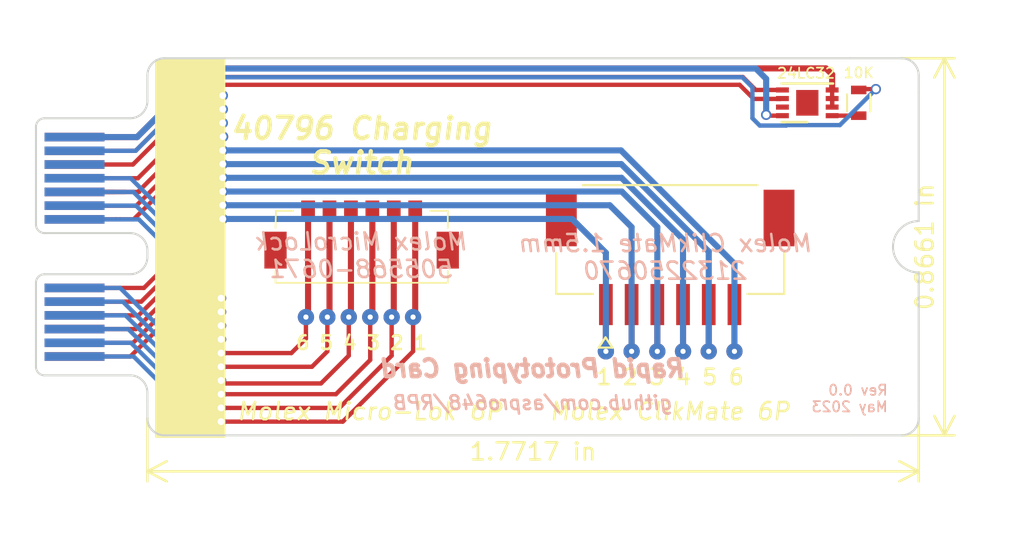
<source format=kicad_pcb>
(kicad_pcb (version 20171130) (host pcbnew "(5.1.12)-1")

  (general
    (thickness 1.6)
    (drawings 19)
    (tracks 227)
    (zones 0)
    (modules 7)
    (nets 29)
  )

  (page A)
  (title_block
    (title "Beetje 32U4 Blok")
    (date 2018-08-10)
    (rev 0.0)
    (company www.MakersBox.us)
    (comment 1 648.ken@gmail.com)
  )

  (layers
    (0 F.Cu signal)
    (31 B.Cu signal)
    (32 B.Adhes user)
    (33 F.Adhes user)
    (34 B.Paste user)
    (35 F.Paste user)
    (36 B.SilkS user)
    (37 F.SilkS user)
    (38 B.Mask user)
    (39 F.Mask user)
    (40 Dwgs.User user)
    (41 Cmts.User user)
    (42 Eco1.User user)
    (43 Eco2.User user)
    (44 Edge.Cuts user)
    (45 Margin user)
    (46 B.CrtYd user hide)
    (47 F.CrtYd user)
    (48 B.Fab user hide)
    (49 F.Fab user)
  )

  (setup
    (last_trace_width 0.3556)
    (user_trace_width 0.3048)
    (user_trace_width 0.3556)
    (user_trace_width 0.4064)
    (user_trace_width 0.6096)
    (trace_clearance 0.2)
    (zone_clearance 0.35)
    (zone_45_only no)
    (trace_min 0.2)
    (via_size 0.6)
    (via_drill 0.4)
    (via_min_size 0.4)
    (via_min_drill 0.3)
    (uvia_size 0.3)
    (uvia_drill 0.1)
    (uvias_allowed no)
    (uvia_min_size 0.2)
    (uvia_min_drill 0.1)
    (edge_width 0.15)
    (segment_width 0.2)
    (pcb_text_width 0.3)
    (pcb_text_size 1.5 1.5)
    (mod_edge_width 0.15)
    (mod_text_size 1 1)
    (mod_text_width 0.15)
    (pad_size 0.5 3.500001)
    (pad_drill 0)
    (pad_to_mask_clearance 0)
    (aux_axis_origin 0 0)
    (visible_elements 7FFFFFFF)
    (pcbplotparams
      (layerselection 0x010f0_ffffffff)
      (usegerberextensions true)
      (usegerberattributes true)
      (usegerberadvancedattributes true)
      (creategerberjobfile false)
      (excludeedgelayer true)
      (linewidth 0.100000)
      (plotframeref false)
      (viasonmask false)
      (mode 1)
      (useauxorigin false)
      (hpglpennumber 1)
      (hpglpenspeed 20)
      (hpglpendiameter 15.000000)
      (psnegative false)
      (psa4output false)
      (plotreference true)
      (plotvalue true)
      (plotinvisibletext false)
      (padsonsilk false)
      (subtractmaskfromsilk false)
      (outputformat 1)
      (mirror false)
      (drillshape 0)
      (scaleselection 1)
      (outputdirectory "gerbers/"))
  )

  (net 0 "")
  (net 1 /10)
  (net 2 /01)
  (net 3 /02)
  (net 4 /04)
  (net 5 /05)
  (net 6 /06)
  (net 7 /07)
  (net 8 /08)
  (net 9 /09)
  (net 10 /11)
  (net 11 /12)
  (net 12 /13)
  (net 13 /14)
  (net 14 /15)
  (net 15 /16)
  (net 16 /17)
  (net 17 /18)
  (net 18 /19)
  (net 19 /20)
  (net 20 /03)
  (net 21 /D2_SDA)
  (net 22 GND)
  (net 23 /D3_SCL)
  (net 24 +5V)
  (net 25 /A)
  (net 26 "Net-(R1-Pad1)")
  (net 27 "Net-(U1-Pad7)")
  (net 28 /RESET)

  (net_class Default "This is the default net class."
    (clearance 0.2)
    (trace_width 0.254)
    (via_dia 0.6)
    (via_drill 0.4)
    (uvia_dia 0.3)
    (uvia_drill 0.1)
    (add_net +5V)
    (add_net /01)
    (add_net /02)
    (add_net /03)
    (add_net /04)
    (add_net /05)
    (add_net /06)
    (add_net /07)
    (add_net /08)
    (add_net /09)
    (add_net /10)
    (add_net /11)
    (add_net /12)
    (add_net /13)
    (add_net /14)
    (add_net /15)
    (add_net /16)
    (add_net /17)
    (add_net /18)
    (add_net /19)
    (add_net /20)
    (add_net /A)
    (add_net /D2_SDA)
    (add_net /D3_SCL)
    (add_net /RESET)
    (add_net GND)
    (add_net "Net-(R1-Pad1)")
    (add_net "Net-(U1-Pad7)")
  )

  (module footprints:test_pads_125mm_x06 (layer F.Cu) (tedit 64518CD6) (tstamp 64518C82)
    (at 33.25 -4)
    (descr "Harwin Gecko Connector, 6 pins, dual row female, vertical entry, PN:G125-FVX0605L0X")
    (tags "connector harwin gecko")
    (path /6451B9DE)
    (fp_text reference J4 (at 1 1.5) (layer F.SilkS) hide
      (effects (font (size 0.8 0.8) (thickness 0.15)))
    )
    (fp_text value TestPoints (at 4 -1.5) (layer F.Fab)
      (effects (font (size 1 1) (thickness 0.15)))
    )
    (fp_line (start 0 0) (end -0.3 -0.6) (layer F.Fab) (width 0.1))
    (fp_line (start -0.3 -0.6) (end 0.3 -0.6) (layer F.Fab) (width 0.1))
    (fp_line (start 0.3 -0.6) (end 0 0) (layer F.Fab) (width 0.1))
    (fp_text user %R (at 1.25 0) (layer F.Fab)
      (effects (font (size 1 1) (thickness 0.15)))
    )
    (pad 3 thru_hole circle (at 3 0) (size 0.95 0.95) (drill 0.3) (layers *.Cu *.Mask)
      (net 12 /13))
    (pad 2 thru_hole circle (at 1.5 0) (size 0.95 0.95) (drill 0.3) (layers *.Cu *.Mask)
      (net 11 /12))
    (pad 1 thru_hole circle (at 0 0) (size 0.95 0.95) (drill 0.3) (layers *.Cu *.Mask)
      (net 10 /11))
    (pad 4 thru_hole circle (at 4.5 0) (size 0.95 0.95) (drill 0.3) (layers *.Cu *.Mask)
      (net 13 /14))
    (pad 5 thru_hole circle (at 6 0) (size 0.95 0.95) (drill 0.3) (layers *.Cu *.Mask)
      (net 14 /15))
    (pad 6 thru_hole circle (at 7.5 0) (size 0.95 0.95) (drill 0.3) (layers *.Cu *.Mask)
      (net 15 /16))
    (model ${KISYS3DMOD}/Connector_Harwin.3dshapes/Harwin_Gecko-G125-FVX0605L0X_2x03_P1.25mm_Vertical.wrl
      (at (xyz 0 0 0))
      (scale (xyz 1 1 1))
      (rotate (xyz 0 0 0))
    )
  )

  (module footprints:ClikMate6P (layer F.Cu) (tedit 64518AE8) (tstamp 64518C74)
    (at 37 -10)
    (path /6451AB5D)
    (attr smd)
    (fp_text reference J3 (at -3 0) (layer F.SilkS) hide
      (effects (font (size 1 1) (thickness 0.15)))
    )
    (fp_text value MicroLock6P (at 3.01 6.918) (layer F.Fab)
      (effects (font (size 1 1) (thickness 0.15)))
    )
    (fp_poly (pts (xy 3.2738 1.9938) (xy 4.2262 1.9938) (xy 4.2262 4.5462) (xy 3.2738 4.5462)) (layer F.Mask) (width 0.01))
    (fp_poly (pts (xy 1.7738 1.9938) (xy 2.7262 1.9938) (xy 2.7262 4.5462) (xy 1.7738 4.5462)) (layer F.Mask) (width 0.01))
    (fp_poly (pts (xy -4.2262 1.9938) (xy -3.2738 1.9938) (xy -3.2738 4.5462) (xy -4.2262 4.5462)) (layer F.Mask) (width 0.01))
    (fp_poly (pts (xy -2.7262 1.9938) (xy -1.7738 1.9938) (xy -1.7738 4.5462) (xy -2.7262 4.5462)) (layer F.Mask) (width 0.01))
    (fp_poly (pts (xy 0.2738 1.9938) (xy 1.2262 1.9938) (xy 1.2262 4.5462) (xy 0.2738 4.5462)) (layer F.Mask) (width 0.01))
    (fp_poly (pts (xy -1.2262 1.9938) (xy -0.2738 1.9938) (xy -0.2738 4.5462) (xy -1.2262 4.5462)) (layer F.Mask) (width 0.01))
    (fp_poly (pts (xy -7.3262 -3.5062) (xy -5.3738 -3.5062) (xy -5.3738 -0.0538) (xy -7.3262 -0.0538)) (layer F.Mask) (width 0.01))
    (fp_poly (pts (xy 5.3738 -3.5062) (xy 7.3262 -3.5062) (xy 7.3262 -0.0538) (xy 5.3738 -0.0538)) (layer F.Mask) (width 0.01))
    (fp_poly (pts (xy -7.05 0.92) (xy 7.05 0.92) (xy 7.05 3.52) (xy 4.16 3.52)
      (xy 4.16 2.06) (xy 3.34 2.06) (xy 3.34 3.52) (xy 2.66 3.52)
      (xy 2.66 2.06) (xy 1.84 2.06) (xy 1.84 3.52) (xy 1.16 3.52)
      (xy 1.16 2.06) (xy 0.34 2.06) (xy 0.34 3.52) (xy -0.34 3.52)
      (xy -0.34 2.06) (xy -1.16 2.06) (xy -1.16 3.52) (xy -1.84 3.52)
      (xy -1.84 2.06) (xy -2.66 2.06) (xy -2.66 3.52) (xy -3.34 3.52)
      (xy -3.34 2.06) (xy -4.16 2.06) (xy -4.16 3.52) (xy -7.05 3.52)) (layer Dwgs.User) (width 0.01))
    (fp_poly (pts (xy -7.05 0.92) (xy 7.05 0.92) (xy 7.05 3.52) (xy 4.16 3.52)
      (xy 4.16 2.06) (xy 3.34 2.06) (xy 3.34 3.52) (xy 2.66 3.52)
      (xy 2.66 2.06) (xy 1.84 2.06) (xy 1.84 3.52) (xy 1.16 3.52)
      (xy 1.16 2.06) (xy 0.34 2.06) (xy 0.34 3.52) (xy -0.34 3.52)
      (xy -0.34 2.06) (xy -1.16 2.06) (xy -1.16 3.52) (xy -1.84 3.52)
      (xy -1.84 2.06) (xy -2.66 2.06) (xy -2.66 3.52) (xy -3.34 3.52)
      (xy -3.34 2.06) (xy -4.16 2.06) (xy -4.16 3.52) (xy -7.05 3.52)) (layer Dwgs.User) (width 0.01))
    (fp_poly (pts (xy -0.91 -3.95) (xy 0.91 -3.95) (xy 0.91 -1.39) (xy -0.91 -1.39)) (layer Dwgs.User) (width 0.01))
    (fp_poly (pts (xy 3.4 -3.95) (xy 5.45 -3.95) (xy 5.45 -1.9) (xy 3.4 -1.9)) (layer Dwgs.User) (width 0.01))
    (fp_poly (pts (xy -5.45 -3.95) (xy -3.4 -3.95) (xy -3.4 -1.9) (xy -5.45 -1.9)) (layer Dwgs.User) (width 0.01))
    (fp_poly (pts (xy -0.91 -3.95) (xy 0.91 -3.95) (xy 0.91 -1.39) (xy -0.91 -1.39)) (layer Dwgs.User) (width 0.01))
    (fp_poly (pts (xy 3.4 -3.95) (xy 5.45 -3.95) (xy 5.45 -1.9) (xy 3.4 -1.9)) (layer Dwgs.User) (width 0.01))
    (fp_poly (pts (xy -5.45 -3.95) (xy -3.4 -3.95) (xy -3.4 -1.9) (xy -5.45 -1.9)) (layer Dwgs.User) (width 0.01))
    (fp_line (start 6.65 0.27) (end 6.65 2.65) (layer F.SilkS) (width 0.127))
    (fp_line (start -6.65 0.27) (end -6.65 2.65) (layer F.SilkS) (width 0.127))
    (fp_line (start 4.5 2.65) (end 6.65 2.65) (layer F.SilkS) (width 0.127))
    (fp_line (start -6.65 2.65) (end -4.5 2.65) (layer F.SilkS) (width 0.127))
    (fp_line (start 7.92 4.97) (end 7.92 -4.97) (layer F.CrtYd) (width 0.05))
    (fp_line (start -7.92 4.97) (end 7.92 4.97) (layer F.CrtYd) (width 0.05))
    (fp_line (start -7.92 -4.97) (end -7.92 4.97) (layer F.CrtYd) (width 0.05))
    (fp_line (start 7.92 -4.97) (end -7.92 -4.97) (layer F.CrtYd) (width 0.05))
    (fp_line (start -3.772 5.182) (end -4.172 5.782) (layer F.SilkS) (width 0.127))
    (fp_line (start -3.372 5.782) (end -3.772 5.182) (layer F.SilkS) (width 0.127))
    (fp_line (start -4.172 5.782) (end -3.372 5.782) (layer F.SilkS) (width 0.127))
    (fp_line (start -3.772 5.182) (end -4.172 5.782) (layer F.Fab) (width 0.127))
    (fp_line (start -3.372 5.782) (end -3.772 5.182) (layer F.Fab) (width 0.127))
    (fp_line (start -4.172 5.782) (end -3.372 5.782) (layer F.Fab) (width 0.127))
    (fp_line (start 5.1 -3.7) (end -5.1 -3.7) (layer F.SilkS) (width 0.127))
    (fp_line (start 6.65 3.7) (end 6.65 -3.7) (layer F.Fab) (width 0.127))
    (fp_line (start -6.65 3.7) (end 6.65 3.7) (layer F.Fab) (width 0.127))
    (fp_line (start -6.65 -3.7) (end -6.65 3.7) (layer F.Fab) (width 0.127))
    (fp_line (start 6.65 -3.7) (end -6.65 -3.7) (layer F.Fab) (width 0.127))
    (pad 1 smd rect (at -3.75 3.27) (size 0.8 2.4) (layers F.Cu F.Paste)
      (net 10 /11))
    (pad 2 smd rect (at -2.25 3.27) (size 0.8 2.4) (layers F.Cu F.Paste)
      (net 11 /12))
    (pad S1 smd rect (at -6.35 -1.78) (size 1.8 3.3) (layers F.Cu F.Paste))
    (pad S2 smd rect (at 6.35 -1.78) (size 1.8 3.3) (layers F.Cu F.Paste))
    (pad 3 smd rect (at -0.75 3.27) (size 0.8 2.4) (layers F.Cu F.Paste)
      (net 12 /13))
    (pad 4 smd rect (at 0.75 3.27) (size 0.8 2.4) (layers F.Cu F.Paste)
      (net 13 /14))
    (pad 5 smd rect (at 2.25 3.27) (size 0.8 2.4) (layers F.Cu F.Paste)
      (net 14 /15))
    (pad 6 smd rect (at 3.75 3.27) (size 0.8 2.4) (layers F.Cu F.Paste)
      (net 15 /16))
  )

  (module footprints:MEC8-113-CARD_2 locked (layer F.Cu) (tedit 637EA67F) (tstamp 6381DF90)
    (at 0 -0.1 90)
    (path /63771AB0)
    (fp_text reference X0 (at 4.375 -1.25 90) (layer F.Fab)
      (effects (font (size 1 1) (thickness 0.15)))
    )
    (fp_text value "Card Edge" (at 10.9 -1 90) (layer F.Fab)
      (effects (font (size 1 1) (thickness 0.15)))
    )
    (fp_line (start 21 50.5) (end 21 47.5) (layer Edge.Cuts) (width 0.12))
    (fp_line (start 19 51.5) (end 20 51.5) (layer Edge.Cuts) (width 0.12))
    (fp_line (start 0 51.5) (end 1 51.5) (layer Edge.Cuts) (width 0.12))
    (fp_line (start -1 50.5) (end -1 47.5) (layer Edge.Cuts) (width 0.12))
    (fp_line (start 19 6.5) (end 20 6.5) (layer Edge.Cuts) (width 0.12))
    (fp_line (start 0 6.5) (end 1 6.5) (layer Edge.Cuts) (width 0.12))
    (fp_line (start 17 0) (end 11.3 0) (layer Edge.Cuts) (width 0.12))
    (fp_line (start 3 0) (end 7.9 0) (layer Edge.Cuts) (width 0.12))
    (fp_line (start 9.4 6.5) (end 9.8 6.5) (layer Edge.Cuts) (width 0.12))
    (fp_line (start 10.8 5.5) (end 10.8 0.5) (layer Edge.Cuts) (width 0.12))
    (fp_line (start 8.4 0.5) (end 8.4 5.5) (layer Edge.Cuts) (width 0.12))
    (fp_line (start 2.5 0.5) (end 2.5 5.5) (layer Edge.Cuts) (width 0.12))
    (fp_line (start 17.5 0.5) (end 17.5 5.5) (layer Edge.Cuts) (width 0.12))
    (fp_line (start 18.5 6.5) (end 19 6.5) (layer Edge.Cuts) (width 0.12))
    (fp_line (start 1 6.5) (end 1.5 6.5) (layer Edge.Cuts) (width 0.12))
    (fp_line (start 10 11.5) (end 10 48.5) (layer Dwgs.User) (width 0.12))
    (fp_line (start 8.5 51.5) (end 1 51.5) (layer Edge.Cuts) (width 0.12))
    (fp_line (start 11.5 51.5) (end 19 51.5) (layer Edge.Cuts) (width 0.12))
    (fp_line (start 21 7.5) (end 21 47.5) (layer Edge.Cuts) (width 0.12))
    (fp_line (start -1 47.5) (end -1 7.5) (layer Edge.Cuts) (width 0.12))
    (fp_arc (start 10 51.5) (end 11.5 51.5) (angle -180) (layer Edge.Cuts) (width 0.12))
    (fp_arc (start 20 50.5) (end 20 51.5) (angle -90) (layer Edge.Cuts) (width 0.12))
    (fp_arc (start 0 50.5) (end -1 50.5) (angle -90) (layer Edge.Cuts) (width 0.12))
    (fp_arc (start 0 7.5) (end 0 6.5) (angle -90) (layer Edge.Cuts) (width 0.12))
    (fp_arc (start 20 7.5) (end 21 7.5) (angle -90) (layer Edge.Cuts) (width 0.12))
    (fp_arc (start 18.5 5.5) (end 17.5 5.5) (angle -90) (layer Edge.Cuts) (width 0.12))
    (fp_arc (start 1.5 5.5) (end 1.5 6.5) (angle -90) (layer Edge.Cuts) (width 0.12))
    (fp_arc (start 9.4 5.5) (end 8.4 5.5) (angle -90) (layer Edge.Cuts) (width 0.12))
    (fp_arc (start 9.8 5.5) (end 9.8 6.5) (angle -90) (layer Edge.Cuts) (width 0.12))
    (fp_arc (start 7.9 0.5) (end 8.4 0.5) (angle -90) (layer Edge.Cuts) (width 0.12))
    (fp_arc (start 11.3 0.5) (end 11.3 0) (angle -90) (layer Edge.Cuts) (width 0.12))
    (fp_arc (start 17 0.5) (end 17.5 0.5) (angle -90) (layer Edge.Cuts) (width 0.12))
    (fp_arc (start 3 0.5) (end 3 0) (angle -90) (layer Edge.Cuts) (width 0.12))
    (fp_arc (start 10 51.5) (end 13.5 51.5) (angle -180) (layer Dwgs.User) (width 0.12))
    (pad 14 smd rect (at 3.6 2.25 90) (size 0.5 3.5) (layers F.Cu F.Paste F.Mask)
      (net 10 /11))
    (pad 1 smd rect (at 3.6 2.25 90) (size 0.5 3.5) (layers B.Cu B.Paste B.Mask)
      (net 2 /01))
    (pad 15 smd rect (at 4.4 2.25 90) (size 0.5 3.5) (layers F.Cu F.Paste F.Mask)
      (net 11 /12))
    (pad 2 smd rect (at 4.4 2.25 90) (size 0.5 3.5) (layers B.Cu B.Paste B.Mask)
      (net 3 /02))
    (pad 16 smd rect (at 5.2 2.25 90) (size 0.5 3.5) (layers F.Cu F.Paste F.Mask)
      (net 12 /13))
    (pad 3 smd rect (at 5.2 2.25 90) (size 0.5 3.5) (layers B.Cu B.Paste B.Mask)
      (net 20 /03))
    (pad 17 smd rect (at 6 2.25 90) (size 0.5 3.5) (layers F.Cu F.Paste F.Mask)
      (net 13 /14))
    (pad 4 smd rect (at 6 2.25 90) (size 0.5 3.5) (layers B.Cu B.Paste B.Mask)
      (net 4 /04))
    (pad 18 smd rect (at 6.8 2.25 90) (size 0.5 3.5) (layers F.Cu F.Paste F.Mask)
      (net 14 /15))
    (pad 5 smd rect (at 6.8 2.25 90) (size 0.5 3.5) (layers B.Cu B.Paste B.Mask)
      (net 5 /05))
    (pad 19 smd rect (at 7.6 2.25 90) (size 0.5 3.5) (layers F.Cu F.Paste F.Mask)
      (net 15 /16))
    (pad 6 smd rect (at 7.6 2.25 90) (size 0.5 3.5) (layers B.Cu B.Paste B.Mask)
      (net 6 /06))
    (pad 20 smd rect (at 11.6 2.25 90) (size 0.5 3.5) (layers F.Cu F.Paste F.Mask)
      (net 16 /17))
    (pad 7 smd rect (at 11.6 2.25 90) (size 0.5 3.5) (layers B.Cu B.Paste B.Mask)
      (net 7 /07))
    (pad 21 smd rect (at 12.4 2.25 90) (size 0.5 3.5) (layers F.Cu F.Paste F.Mask)
      (net 17 /18))
    (pad 8 smd rect (at 12.4 2.25 90) (size 0.5 3.5) (layers B.Cu B.Paste B.Mask)
      (net 8 /08))
    (pad 22 smd rect (at 13.2 2.25 90) (size 0.5 3.5) (layers F.Cu F.Paste F.Mask)
      (net 18 /19))
    (pad 9 smd rect (at 13.2 2.25 90) (size 0.5 3.5) (layers B.Cu B.Paste B.Mask)
      (net 9 /09))
    (pad 23 smd rect (at 14 2.25 90) (size 0.5 3.5) (layers F.Cu F.Paste F.Mask)
      (net 19 /20))
    (pad 10 smd rect (at 14 2.25 90) (size 0.5 3.5) (layers B.Cu B.Paste B.Mask)
      (net 1 /10))
    (pad 24 smd rect (at 14.8 2.25 90) (size 0.5 3.5) (layers F.Cu F.Paste F.Mask)
      (net 23 /D3_SCL))
    (pad 11 smd rect (at 14.8 2.25 90) (size 0.5 3.5) (layers B.Cu B.Paste B.Mask)
      (net 28 /RESET))
    (pad 25 smd rect (at 15.6 2.25 90) (size 0.5 3.5) (layers F.Cu F.Paste F.Mask)
      (net 21 /D2_SDA))
    (pad 12 smd rect (at 15.6 2.25 90) (size 0.5 3.5) (layers B.Cu B.Paste B.Mask)
      (net 25 /A))
    (pad 26 smd rect (at 16.4 2.25 90) (size 0.5 3.5) (layers F.Cu F.Paste F.Mask)
      (net 22 GND))
    (pad 13 smd rect (at 16.4 2.25 90) (size 0.5 3.5) (layers B.Cu B.Paste B.Mask)
      (net 24 +5V))
  )

  (module footprints:R_0603 (layer F.Cu) (tedit 636E7A48) (tstamp 638CFCB2)
    (at 48 -18.5 90)
    (descr "Resistor SMD 0603, reflow soldering, Vishay (see dcrcw.pdf)")
    (tags "resistor 0603")
    (path /63EABA42)
    (attr smd)
    (fp_text reference R1 (at 1.905 0 270) (layer Dwgs.User)
      (effects (font (size 1 1) (thickness 0.15)))
    )
    (fp_text value 10K (at 1.75 0) (layer F.SilkS)
      (effects (font (size 0.6 0.6) (thickness 0.1)))
    )
    (fp_line (start 1.25 0.7) (end -1.25 0.7) (layer F.CrtYd) (width 0.05))
    (fp_line (start 1.25 0.7) (end 1.25 -0.7) (layer F.CrtYd) (width 0.05))
    (fp_line (start -1.25 -0.7) (end -1.25 0.7) (layer F.CrtYd) (width 0.05))
    (fp_line (start -1.25 -0.7) (end 1.25 -0.7) (layer F.CrtYd) (width 0.05))
    (fp_line (start -0.5 -0.68) (end 0.5 -0.68) (layer F.SilkS) (width 0.12))
    (fp_line (start 0.5 0.68) (end -0.5 0.68) (layer F.SilkS) (width 0.12))
    (fp_line (start -0.8 -0.4) (end 0.8 -0.4) (layer F.Fab) (width 0.1))
    (fp_line (start 0.8 -0.4) (end 0.8 0.4) (layer F.Fab) (width 0.1))
    (fp_line (start 0.8 0.4) (end -0.8 0.4) (layer F.Fab) (width 0.1))
    (fp_line (start -0.8 0.4) (end -0.8 -0.4) (layer F.Fab) (width 0.1))
    (fp_text user %R (at 0 0 270) (layer F.Fab)
      (effects (font (size 0.4 0.4) (thickness 0.075)))
    )
    (pad 1 smd rect (at -0.75 0 90) (size 0.5 0.9) (layers F.Cu F.Paste F.Mask)
      (net 26 "Net-(R1-Pad1)"))
    (pad 2 smd rect (at 0.75 0 90) (size 0.5 0.9) (layers F.Cu F.Paste F.Mask)
      (net 25 /A))
    (model ${KISYS3DMOD}/Resistors_SMD.3dshapes/R_0603.wrl
      (at (xyz 0 0 0))
      (scale (xyz 1 1 1))
      (rotate (xyz 0 0 0))
    )
  )

  (module footprints:DFN-8-1EP_3x2mm (layer F.Cu) (tedit 638826C0) (tstamp 638CFC3A)
    (at 45 -18.5 180)
    (descr "8-Lead Plastic Dual Flat, No Lead Package (8MA2) - 2x3x0.6 mm Body [UDFN] (see Atmel-8815-SEEPROM-AT24CS01-02-Datasheet.pdf)")
    (tags "DFN 0.5")
    (path /63E7C52F)
    (attr smd)
    (fp_text reference U1 (at 0 -2.55 180) (layer F.SilkS) hide
      (effects (font (size 1 1) (thickness 0.15)))
    )
    (fp_text value 24LC32 (at 0.075 1.725 180) (layer F.SilkS)
      (effects (font (size 0.6 0.6) (thickness 0.1)))
    )
    (fp_line (start -0.5 -1) (end 1.5 -1) (layer F.Fab) (width 0.15))
    (fp_line (start 1.5 -1) (end 1.5 1) (layer F.Fab) (width 0.15))
    (fp_line (start 1.5 1) (end -1.5 1) (layer F.Fab) (width 0.15))
    (fp_line (start -1.5 1) (end -1.5 0) (layer F.Fab) (width 0.15))
    (fp_line (start -1.5 0) (end -0.5 -1) (layer F.Fab) (width 0.15))
    (fp_line (start -2.1 -1.3) (end -2.1 1.3) (layer F.CrtYd) (width 0.05))
    (fp_line (start 2.1 -1.3) (end 2.1 1.3) (layer F.CrtYd) (width 0.05))
    (fp_line (start -2.1 -1.3) (end 2.1 -1.3) (layer F.CrtYd) (width 0.05))
    (fp_line (start -2.1 1.3) (end 2.1 1.3) (layer F.CrtYd) (width 0.05))
    (fp_line (start -1.5 1.125) (end 1.5 1.125) (layer F.SilkS) (width 0.15))
    (fp_line (start 0 -1.125) (end 1.5 -1.125) (layer F.SilkS) (width 0.15))
    (fp_text user %R (at 0 0 270) (layer F.Fab)
      (effects (font (size 0.5 0.5) (thickness 0.075)))
    )
    (pad "" smd rect (at 0.325 0.375 180) (size 0.5 0.6) (layers F.Paste))
    (pad "" smd rect (at 0.325 -0.375 180) (size 0.5 0.6) (layers F.Paste))
    (pad "" smd rect (at -0.325 0.375 180) (size 0.5 0.6) (layers F.Paste))
    (pad "" smd rect (at -0.325 -0.375 180) (size 0.5 0.6) (layers F.Paste))
    (pad 9 smd rect (at 0 0 180) (size 1.3 1.5) (layers F.Cu F.Mask))
    (pad 8 smd rect (at 1.45 -0.75 180) (size 0.75 0.3) (layers F.Cu F.Paste F.Mask)
      (net 24 +5V))
    (pad 7 smd rect (at 1.45 -0.25 180) (size 0.75 0.3) (layers F.Cu F.Paste F.Mask)
      (net 27 "Net-(U1-Pad7)"))
    (pad 6 smd rect (at 1.45 0.25 180) (size 0.75 0.3) (layers F.Cu F.Paste F.Mask)
      (net 23 /D3_SCL))
    (pad 5 smd rect (at 1.45 0.75 180) (size 0.75 0.3) (layers F.Cu F.Paste F.Mask)
      (net 21 /D2_SDA))
    (pad 4 smd rect (at -1.45 0.75 180) (size 0.75 0.3) (layers F.Cu F.Paste F.Mask)
      (net 22 GND))
    (pad 3 smd rect (at -1.45 0.25 180) (size 0.75 0.3) (layers F.Cu F.Paste F.Mask)
      (net 22 GND))
    (pad 2 smd rect (at -1.45 -0.25 180) (size 0.75 0.3) (layers F.Cu F.Paste F.Mask)
      (net 22 GND))
    (pad 1 smd rect (at -1.45 -0.75 180) (size 0.75 0.3) (layers F.Cu F.Paste F.Mask)
      (net 26 "Net-(R1-Pad1)"))
    (model ${KISYS3DMOD}/Package_DFN_QFN.3dshapes/DFN-8-1EP_3x2mm_P0.5mm_EP1.3x1.5mm.wrl
      (at (xyz 0 0 0))
      (scale (xyz 1 1 1))
      (rotate (xyz 0 0 0))
    )
  )

  (module footprints:test_pads_125mm_x06 (layer F.Cu) (tedit 63842995) (tstamp 644FDDC6)
    (at 22 -6 180)
    (descr "Harwin Gecko Connector, 6 pins, dual row female, vertical entry, PN:G125-FVX0605L0X")
    (tags "connector harwin gecko")
    (path /64500F9D)
    (fp_text reference J2 (at 1 1.5) (layer F.SilkS) hide
      (effects (font (size 0.8 0.8) (thickness 0.15)))
    )
    (fp_text value TestPoints (at 4 -1.5) (layer F.Fab)
      (effects (font (size 1 1) (thickness 0.15)))
    )
    (fp_line (start 0 0) (end -0.3 -0.6) (layer F.Fab) (width 0.1))
    (fp_line (start -0.3 -0.6) (end 0.3 -0.6) (layer F.Fab) (width 0.1))
    (fp_line (start 0.3 -0.6) (end 0 0) (layer F.Fab) (width 0.1))
    (fp_text user %R (at 1.25 0) (layer F.Fab)
      (effects (font (size 1 1) (thickness 0.15)))
    )
    (pad 3 thru_hole circle (at 2.5 0 180) (size 0.95 0.95) (drill 0.3) (layers *.Cu *.Mask)
      (net 20 /03))
    (pad 2 thru_hole circle (at 1.25 0 180) (size 0.95 0.95) (drill 0.3) (layers *.Cu *.Mask)
      (net 3 /02))
    (pad 1 thru_hole circle (at 0 0 180) (size 0.95 0.95) (drill 0.3) (layers *.Cu *.Mask)
      (net 2 /01))
    (pad 4 thru_hole circle (at 3.75 0 180) (size 0.95 0.95) (drill 0.3) (layers *.Cu *.Mask)
      (net 4 /04))
    (pad 5 thru_hole circle (at 5 0 180) (size 0.95 0.95) (drill 0.3) (layers *.Cu *.Mask)
      (net 5 /05))
    (pad 6 thru_hole circle (at 6.25 0 180) (size 0.95 0.95) (drill 0.3) (layers *.Cu *.Mask)
      (net 6 /06))
    (model ${KISYS3DMOD}/Connector_Harwin.3dshapes/Harwin_Gecko-G125-FVX0605L0X_2x03_P1.25mm_Vertical.wrl
      (at (xyz 0 0 0))
      (scale (xyz 1 1 1))
      (rotate (xyz 0 0 0))
    )
  )

  (module footprints:5055680671 (layer F.Cu) (tedit 0) (tstamp 64503935)
    (at 19 -10.4 180)
    (descr 505568-0671)
    (tags Connector)
    (path /644FFBA3)
    (attr smd)
    (fp_text reference J1 (at 0 0) (layer F.SilkS) hide
      (effects (font (size 1.27 1.27) (thickness 0.254)))
    )
    (fp_text value MicroLock6P (at 0.2 -4.6) (layer F.SilkS) hide
      (effects (font (size 1.27 1.27) (thickness 0.254)))
    )
    (fp_line (start -5.025 -2.4) (end 5.025 -2.4) (layer F.Fab) (width 0.2))
    (fp_line (start 5.025 -2.4) (end 5.025 1.8) (layer F.Fab) (width 0.2))
    (fp_line (start 5.025 1.8) (end -5.025 1.8) (layer F.Fab) (width 0.2))
    (fp_line (start -5.025 1.8) (end -5.025 -2.4) (layer F.Fab) (width 0.2))
    (fp_line (start -6.675 -3.4) (end 6.675 -3.4) (layer F.CrtYd) (width 0.1))
    (fp_line (start 6.675 -3.4) (end 6.675 3.4) (layer F.CrtYd) (width 0.1))
    (fp_line (start 6.675 3.4) (end -6.675 3.4) (layer F.CrtYd) (width 0.1))
    (fp_line (start -6.675 3.4) (end -6.675 -3.4) (layer F.CrtYd) (width 0.1))
    (fp_line (start -5.025 -1.7) (end -5.025 -2.4) (layer F.SilkS) (width 0.1))
    (fp_line (start -5.025 -2.4) (end 5.025 -2.4) (layer F.SilkS) (width 0.1))
    (fp_line (start 5.025 -2.4) (end 5.025 -1.7) (layer F.SilkS) (width 0.1))
    (fp_line (start -5.025 0.8) (end -5.025 1.8) (layer F.SilkS) (width 0.1))
    (fp_line (start -5.025 1.8) (end -4 1.8) (layer F.SilkS) (width 0.1))
    (fp_line (start 4 1.8) (end 5 1.8) (layer F.SilkS) (width 0.1))
    (fp_line (start 5 1.8) (end 5.025 0.8) (layer F.SilkS) (width 0.1))
    (fp_text user %R (at 0 0) (layer F.Fab)
      (effects (font (size 1.27 1.27) (thickness 0.254)))
    )
    (pad 1 smd rect (at -3.125 1.8 180) (size 0.8 1.2) (layers F.Cu F.Paste F.Mask)
      (net 2 /01))
    (pad 2 smd rect (at -1.875 1.8 180) (size 0.8 1.2) (layers F.Cu F.Paste F.Mask)
      (net 3 /02))
    (pad 3 smd rect (at -0.625 1.8 180) (size 0.8 1.2) (layers F.Cu F.Paste F.Mask)
      (net 20 /03))
    (pad 4 smd rect (at 0.625 1.8 180) (size 0.8 1.2) (layers F.Cu F.Paste F.Mask)
      (net 4 /04))
    (pad 5 smd rect (at 1.875 1.8 180) (size 0.8 1.2) (layers F.Cu F.Paste F.Mask)
      (net 5 /05))
    (pad 6 smd rect (at 3.125 1.8 180) (size 0.8 1.2) (layers F.Cu F.Paste F.Mask)
      (net 6 /06))
    (pad 7 smd rect (at -5.025 -0.495 180) (size 1.3 2.15) (layers F.Cu F.Paste F.Mask))
    (pad 8 smd rect (at 5.025 -0.495 180) (size 1.3 2.15) (layers F.Cu F.Paste F.Mask))
    (model 505568-0671.stp
      (offset (xyz 4.780000138019847 5.419999994893656 -1.50999996778532))
      (scale (xyz 1 1 1))
      (rotate (xyz 0 0 0))
    )
  )

  (gr_text "Molex ClikMate 1.5mm\n2132250670" (at 36.75 -9.5) (layer B.SilkS) (tstamp 64519DC4)
    (effects (font (size 1 1) (thickness 0.15) italic) (justify mirror))
  )
  (gr_text "Molex ClikMate 6P" (at 37 -0.5) (layer F.SilkS)
    (effects (font (size 1 1) (thickness 0.15) italic))
  )
  (gr_text "Molex Micro-Lok 6P" (at 19.5 -0.5) (layer F.SilkS)
    (effects (font (size 1 1) (thickness 0.15) italic))
  )
  (gr_text "1 2 3 4 5 6" (at 37 -2.5) (layer F.SilkS)
    (effects (font (size 0.9 0.9) (thickness 0.15)))
  )
  (gr_text "Molex MicroLock\n505568-0671" (at 19 -9.6) (layer B.SilkS)
    (effects (font (size 1 1) (thickness 0.15) italic) (justify mirror))
  )
  (gr_poly (pts (xy 11 1) (xy 7 1) (xy 7 -21) (xy 11 -21)) (layer F.SilkS) (width 0.1))
  (gr_text "6 5 4 3 2 1" (at 19 -4.5) (layer F.SilkS)
    (effects (font (size 0.8 0.8) (thickness 0.15)))
  )
  (dimension 2.5 (width 0.15) (layer Dwgs.User)
    (gr_text "2.500 mm" (at 56.3 -19.75 270) (layer Dwgs.User)
      (effects (font (size 1 1) (thickness 0.15)))
    )
    (feature1 (pts (xy 45 -18.5) (xy 55.586421 -18.5)))
    (feature2 (pts (xy 45 -21) (xy 55.586421 -21)))
    (crossbar (pts (xy 55 -21) (xy 55 -18.5)))
    (arrow1a (pts (xy 55 -18.5) (xy 54.413579 -19.626504)))
    (arrow1b (pts (xy 55 -18.5) (xy 55.586421 -19.626504)))
    (arrow2a (pts (xy 55 -21) (xy 54.413579 -19.873496)))
    (arrow2b (pts (xy 55 -21) (xy 55.586421 -19.873496)))
  )
  (dimension 6.5 (width 0.15) (layer Dwgs.User)
    (gr_text "6.500 mm" (at 48.25 -23.8) (layer Dwgs.User)
      (effects (font (size 1 1) (thickness 0.15)))
    )
    (feature1 (pts (xy 45 -18) (xy 45 -23.086421)))
    (feature2 (pts (xy 51.5 -18) (xy 51.5 -23.086421)))
    (crossbar (pts (xy 51.5 -22.5) (xy 45 -22.5)))
    (arrow1a (pts (xy 45 -22.5) (xy 46.126504 -23.086421)))
    (arrow1b (pts (xy 45 -22.5) (xy 46.126504 -21.913579)))
    (arrow2a (pts (xy 51.5 -22.5) (xy 50.373496 -23.086421)))
    (arrow2b (pts (xy 51.5 -22.5) (xy 50.373496 -21.913579)))
  )
  (gr_line (start 10.9 -20.55) (end 10.9 0.7) (layer Dwgs.User) (width 0.15))
  (gr_line (start 29 -20) (end 29 0) (layer Dwgs.User) (width 0.15))
  (dimension 22.500222 (width 0.15) (layer Dwgs.User)
    (gr_text "22.500 mm" (at 17.713112 8.249848 359.7453538) (layer Dwgs.User)
      (effects (font (size 1 1) (thickness 0.15)))
    )
    (feature1 (pts (xy 29 0) (xy 28.966283 7.586276)))
    (feature2 (pts (xy 6.5 -0.1) (xy 6.466283 7.486276)))
    (crossbar (pts (xy 6.46889 6.899861) (xy 28.96889 6.999861)))
    (arrow1a (pts (xy 28.96889 6.999861) (xy 27.839791 7.581269)))
    (arrow1b (pts (xy 28.96889 6.999861) (xy 27.845004 6.408439)))
    (arrow2a (pts (xy 6.46889 6.899861) (xy 7.592776 7.491283)))
    (arrow2b (pts (xy 6.46889 6.899861) (xy 7.597989 6.318453)))
  )
  (dimension 22 (width 0.15) (layer F.SilkS)
    (gr_text "22.000 mm" (at 54.3 -10.1 90) (layer F.SilkS)
      (effects (font (size 1 1) (thickness 0.15)))
    )
    (feature1 (pts (xy 50.5 -21.1) (xy 53.586421 -21.1)))
    (feature2 (pts (xy 50.5 0.9) (xy 53.586421 0.9)))
    (crossbar (pts (xy 53 0.9) (xy 53 -21.1)))
    (arrow1a (pts (xy 53 -21.1) (xy 53.586421 -19.973496)))
    (arrow1b (pts (xy 53 -21.1) (xy 52.413579 -19.973496)))
    (arrow2a (pts (xy 53 0.9) (xy 53.586421 -0.226504)))
    (arrow2b (pts (xy 53 0.9) (xy 52.413579 -0.226504)))
  )
  (dimension 45 (width 0.15) (layer F.SilkS)
    (gr_text "45.000 mm" (at 29 4.3) (layer F.SilkS)
      (effects (font (size 1 1) (thickness 0.15)))
    )
    (feature1 (pts (xy 51.5 -0.1) (xy 51.5 3.586421)))
    (feature2 (pts (xy 6.5 -0.1) (xy 6.5 3.586421)))
    (crossbar (pts (xy 6.5 3) (xy 51.5 3)))
    (arrow1a (pts (xy 51.5 3) (xy 50.373496 3.586421)))
    (arrow1b (pts (xy 51.5 3) (xy 50.373496 2.413579)))
    (arrow2a (pts (xy 6.5 3) (xy 7.626504 3.586421)))
    (arrow2b (pts (xy 6.5 3) (xy 7.626504 2.413579)))
  )
  (gr_text "Rev 0.0\nMay 2023" (at 49.75 -1.25) (layer B.SilkS)
    (effects (font (size 0.6 0.6) (thickness 0.1)) (justify left mirror))
  )
  (gr_text github.com/aspro648/RPB (at 29 -1) (layer B.SilkS)
    (effects (font (size 0.8 0.8) (thickness 0.15) italic) (justify mirror))
  )
  (gr_line (start 9.75 -19.5) (end 9.75 -0.5) (layer Dwgs.User) (width 0.1))
  (gr_text "40796 Charging\nSwitch" (at 19 -16) (layer F.SilkS)
    (effects (font (size 1.25 1.25) (thickness 0.25) italic))
  )
  (gr_text "Rapid Prototyping Card" (at 29 -3) (layer B.SilkS)
    (effects (font (size 1 1) (thickness 0.25) italic) (justify mirror))
  )

  (segment (start 2.25 -14.1) (end 5.5262 -14.099999) (width 0.254) (layer B.Cu) (net 1) (status 10))
  (segment (start 5.5262 -14.099999) (end 8.56203 -11.064171) (width 0.254) (layer B.Cu) (net 1))
  (segment (start 8.56203 -11.064171) (end 8.56203 -7.780037) (width 0.254) (layer B.Cu) (net 1))
  (segment (start 8.56203 -7.780037) (end 8.56203 -7.43797) (width 0.254) (layer B.Cu) (net 1))
  (via (at 10.8 -7.100024) (size 0.6) (drill 0.4) (layers F.Cu B.Cu) (net 1))
  (segment (start 8.899976 -7.100024) (end 10.8 -7.100024) (width 0.254) (layer B.Cu) (net 1))
  (segment (start 8.56203 -7.43797) (end 8.899976 -7.100024) (width 0.254) (layer B.Cu) (net 1))
  (via (at 10.8 0.1) (size 0.6) (drill 0.4) (layers F.Cu B.Cu) (net 2))
  (segment (start 9.5 0.1) (end 10.8 0.1) (width 0.254) (layer B.Cu) (net 2))
  (segment (start 5.7 -3.7) (end 9.5 0.1) (width 0.254) (layer B.Cu) (net 2))
  (segment (start 2.25 -3.7) (end 5.7 -3.7) (width 0.254) (layer B.Cu) (net 2) (status 10))
  (segment (start 22 -6) (end 22 -4) (width 0.254) (layer F.Cu) (net 2))
  (segment (start 17.9 0.1) (end 10.8 0.1) (width 0.254) (layer F.Cu) (net 2))
  (segment (start 22 -4) (end 17.9 0.1) (width 0.254) (layer F.Cu) (net 2))
  (segment (start 22.125 -6.125) (end 22 -6) (width 0.3556) (layer F.Cu) (net 2))
  (segment (start 22.125 -12.2) (end 22.125 -6.125) (width 0.3556) (layer F.Cu) (net 2))
  (segment (start 2.25 -4.5) (end 5.542066 -4.5) (width 0.254) (layer B.Cu) (net 3) (status 10))
  (via (at 10.8 -0.7) (size 0.6) (drill 0.4) (layers F.Cu B.Cu) (net 3))
  (segment (start 9.342066 -0.7) (end 10.8 -0.7) (width 0.254) (layer B.Cu) (net 3))
  (segment (start 5.542066 -4.5) (end 9.342066 -0.7) (width 0.254) (layer B.Cu) (net 3))
  (segment (start 20.75 -6) (end 20.75 -3.75) (width 0.254) (layer F.Cu) (net 3))
  (segment (start 17.7 -0.7) (end 10.8 -0.7) (width 0.254) (layer F.Cu) (net 3))
  (segment (start 20.75 -3.75) (end 17.7 -0.7) (width 0.254) (layer F.Cu) (net 3))
  (segment (start 20.875 -6.125) (end 20.75 -6) (width 0.3556) (layer F.Cu) (net 3))
  (segment (start 20.875 -12.2) (end 20.875 -6.125) (width 0.3556) (layer F.Cu) (net 3))
  (segment (start 2.25 -6.1) (end 5.226198 -6.1) (width 0.254) (layer B.Cu) (net 4) (status 10))
  (via (at 10.8 -2.300006) (size 0.6) (drill 0.4) (layers F.Cu B.Cu) (net 4))
  (segment (start 9.026192 -2.300006) (end 10.8 -2.300006) (width 0.254) (layer B.Cu) (net 4))
  (segment (start 5.226198 -6.1) (end 9.026192 -2.300006) (width 0.254) (layer B.Cu) (net 4))
  (segment (start 18.25 -6) (end 18.25 -3.75) (width 0.254) (layer F.Cu) (net 4))
  (segment (start 10.973002 -2.127004) (end 10.8 -2.300006) (width 0.254) (layer F.Cu) (net 4))
  (segment (start 16.627004 -2.127004) (end 10.973002 -2.127004) (width 0.254) (layer F.Cu) (net 4))
  (segment (start 18.25 -3.75) (end 16.627004 -2.127004) (width 0.254) (layer F.Cu) (net 4))
  (segment (start 18.375 -6.125) (end 18.25 -6) (width 0.3556) (layer F.Cu) (net 4))
  (segment (start 18.375 -12.2) (end 18.375 -6.125) (width 0.3556) (layer F.Cu) (net 4))
  (segment (start 5.068265 -6.9) (end 5.680208 -6.288056) (width 0.254) (layer B.Cu) (net 5))
  (segment (start 2.25 -6.9) (end 5.068265 -6.9) (width 0.254) (layer B.Cu) (net 5) (status 10))
  (via (at 10.8 -3.100009) (size 0.6) (drill 0.4) (layers F.Cu B.Cu) (net 5))
  (segment (start 8.868255 -3.100009) (end 10.8 -3.100009) (width 0.254) (layer B.Cu) (net 5))
  (segment (start 5.680208 -6.288056) (end 8.868255 -3.100009) (width 0.254) (layer B.Cu) (net 5))
  (segment (start 16.100009 -3.100009) (end 10.8 -3.100009) (width 0.254) (layer F.Cu) (net 5))
  (segment (start 17 -4) (end 16.100009 -3.100009) (width 0.254) (layer F.Cu) (net 5))
  (segment (start 17 -6) (end 17 -4) (width 0.254) (layer F.Cu) (net 5))
  (segment (start 17.125 -6.125) (end 17 -6) (width 0.3556) (layer F.Cu) (net 5))
  (segment (start 17.125 -12.2) (end 17.125 -6.125) (width 0.3556) (layer F.Cu) (net 5))
  (via (at 10.8 -3.900012) (size 0.6) (drill 0.4) (layers F.Cu B.Cu) (net 6))
  (segment (start 8.710318 -3.900012) (end 10.8 -3.900012) (width 0.254) (layer B.Cu) (net 6))
  (segment (start 4.910329 -7.7) (end 8.710318 -3.900012) (width 0.254) (layer B.Cu) (net 6))
  (segment (start 2.25 -7.7) (end 4.910329 -7.7) (width 0.254) (layer B.Cu) (net 6) (status 10))
  (segment (start 15.75 -6) (end 15.75 -4.75) (width 0.254) (layer F.Cu) (net 6))
  (segment (start 14.900012 -3.900012) (end 10.8 -3.900012) (width 0.254) (layer F.Cu) (net 6))
  (segment (start 15.75 -4.75) (end 14.900012 -3.900012) (width 0.254) (layer F.Cu) (net 6))
  (segment (start 15.875 -6.125) (end 15.75 -6) (width 0.3556) (layer F.Cu) (net 6))
  (segment (start 15.875 -12.2) (end 15.875 -6.125) (width 0.3556) (layer F.Cu) (net 6))
  (segment (start 2.25 -11.7) (end 6 -11.7) (width 0.254) (layer B.Cu) (net 7) (status 10))
  (segment (start 6 -11.7) (end 7.2 -10.5) (width 0.254) (layer B.Cu) (net 7))
  (segment (start 7.2 -10.5) (end 7.2 -6.1) (width 0.254) (layer B.Cu) (net 7))
  (segment (start 7.2 -6.1) (end 7.2 -6.052396) (width 0.254) (layer B.Cu) (net 7))
  (via (at 10.8 -4.700015) (size 0.6) (drill 0.4) (layers F.Cu B.Cu) (net 7))
  (segment (start 8.552381 -4.700015) (end 10.8 -4.700015) (width 0.254) (layer B.Cu) (net 7))
  (segment (start 7.2 -6.052396) (end 8.552381 -4.700015) (width 0.254) (layer B.Cu) (net 7))
  (segment (start 5.842066 -12.5) (end 7.65401 -10.688057) (width 0.254) (layer B.Cu) (net 8))
  (segment (start 7.65401 -10.688057) (end 7.65401 -6.84599) (width 0.254) (layer B.Cu) (net 8))
  (segment (start 2.25 -12.5) (end 5.842066 -12.5) (width 0.254) (layer B.Cu) (net 8) (status 10))
  (segment (start 7.65401 -6.84599) (end 7.65401 -6.240452) (width 0.254) (layer B.Cu) (net 8))
  (segment (start 8.394444 -5.500018) (end 10.8 -5.500018) (width 0.254) (layer B.Cu) (net 8))
  (via (at 10.8 -5.500018) (size 0.6) (drill 0.4) (layers F.Cu B.Cu) (net 8))
  (segment (start 7.65401 -6.240452) (end 8.394444 -5.500018) (width 0.254) (layer B.Cu) (net 8))
  (segment (start 5.684133 -13.3) (end 8.10802 -10.876114) (width 0.254) (layer B.Cu) (net 9))
  (segment (start 8.10802 -10.876114) (end 8.10802 -7.59198) (width 0.254) (layer B.Cu) (net 9))
  (segment (start 8.10802 -7.59198) (end 8.10802 -6.59198) (width 0.254) (layer B.Cu) (net 9))
  (via (at 10.8 -6.300021) (size 0.6) (drill 0.4) (layers F.Cu B.Cu) (net 9))
  (segment (start 8.399979 -6.300021) (end 10.8 -6.300021) (width 0.254) (layer B.Cu) (net 9))
  (segment (start 8.10802 -6.59198) (end 8.399979 -6.300021) (width 0.254) (layer B.Cu) (net 9))
  (segment (start 2.25 -13.3) (end 5.684134 -13.3) (width 0.254) (layer B.Cu) (net 9) (status 10))
  (segment (start 5.510334 -3.7) (end 9.77005 -7.959715) (width 0.254) (layer F.Cu) (net 10))
  (segment (start 2.25 -3.7) (end 5.510334 -3.7) (width 0.254) (layer F.Cu) (net 10) (status 10))
  (via (at 10.900047 -11.724187) (size 0.6) (drill 0.4) (layers F.Cu B.Cu) (net 10))
  (segment (start 10.900047 -11.724187) (end 10.900047 -11.897187) (width 0.254) (layer B.Cu) (net 10))
  (segment (start 10.474187 -11.724187) (end 9.77005 -11.02005) (width 0.254) (layer F.Cu) (net 10))
  (segment (start 10.900047 -11.724187) (end 10.474187 -11.724187) (width 0.254) (layer F.Cu) (net 10))
  (segment (start 9.77005 -7.959715) (end 9.77005 -11.02005) (width 0.254) (layer F.Cu) (net 10))
  (segment (start 33.25 -4) (end 33.25 -6.73) (width 0.3556) (layer F.Cu) (net 10))
  (segment (start 10.900047 -11.724187) (end 31.275813 -11.724187) (width 0.3556) (layer B.Cu) (net 10))
  (segment (start 33.25 -9.75) (end 33.25 -4) (width 0.3556) (layer B.Cu) (net 10))
  (segment (start 31.275813 -11.724187) (end 33.25 -9.75) (width 0.3556) (layer B.Cu) (net 10))
  (segment (start 2.25 -4.5) (end 5.668268 -4.5) (width 0.254) (layer F.Cu) (net 11) (status 10))
  (segment (start 5.668268 -4.5) (end 9.31604 -8.147772) (width 0.254) (layer F.Cu) (net 11))
  (via (at 10.899931 -12.524188) (size 0.6) (drill 0.4) (layers F.Cu B.Cu) (net 11))
  (segment (start 10.406268 -12.524188) (end 9.31604 -11.43396) (width 0.254) (layer F.Cu) (net 11))
  (segment (start 10.899931 -12.524188) (end 10.406268 -12.524188) (width 0.254) (layer F.Cu) (net 11))
  (segment (start 9.31604 -8.147772) (end 9.31604 -11.43396) (width 0.254) (layer F.Cu) (net 11))
  (segment (start 34.75 -4) (end 34.75 -6.73) (width 0.3556) (layer F.Cu) (net 11))
  (segment (start 10.899931 -12.524188) (end 33.475812 -12.524188) (width 0.3556) (layer B.Cu) (net 11))
  (segment (start 34.75 -11.25) (end 34.75 -4) (width 0.3556) (layer B.Cu) (net 11))
  (segment (start 33.475812 -12.524188) (end 34.75 -11.25) (width 0.3556) (layer B.Cu) (net 11))
  (segment (start 5.8262 -5.3) (end 8.86203 -8.335829) (width 0.254) (layer F.Cu) (net 12))
  (segment (start 2.25 -5.3) (end 5.8262 -5.3) (width 0.254) (layer F.Cu) (net 12) (status 10))
  (via (at 10.900101 -13.324189) (size 0.6) (drill 0.4) (layers F.Cu B.Cu) (net 12))
  (segment (start 10.324189 -13.324189) (end 8.86203 -11.86203) (width 0.254) (layer F.Cu) (net 12))
  (segment (start 10.900101 -13.324189) (end 10.324189 -13.324189) (width 0.254) (layer F.Cu) (net 12))
  (segment (start 8.86203 -8.335829) (end 8.86203 -11.86203) (width 0.254) (layer F.Cu) (net 12))
  (segment (start 36.25 -4) (end 36.25 -6.73) (width 0.3556) (layer F.Cu) (net 12))
  (segment (start 10.900101 -13.324189) (end 34.175811 -13.324189) (width 0.3556) (layer B.Cu) (net 12))
  (segment (start 36.25 -11.25) (end 36.25 -4) (width 0.3556) (layer B.Cu) (net 12))
  (segment (start 34.175811 -13.324189) (end 36.25 -11.25) (width 0.3556) (layer B.Cu) (net 12))
  (segment (start 8.40802 -8.523886) (end 8.40802 -12.34198) (width 0.254) (layer F.Cu) (net 13))
  (segment (start 10.12419 -14.12419) (end 8.40802 -12.40802) (width 0.254) (layer F.Cu) (net 13))
  (segment (start 8.40802 -12.40802) (end 8.40802 -12.34198) (width 0.254) (layer F.Cu) (net 13))
  (segment (start 10.899741 -14.12419) (end 10.12419 -14.12419) (width 0.254) (layer F.Cu) (net 13))
  (segment (start 5.984133 -6.1) (end 8.40802 -8.523886) (width 0.254) (layer F.Cu) (net 13))
  (segment (start 2.25 -6.1) (end 5.984133 -6.1) (width 0.254) (layer F.Cu) (net 13) (status 10))
  (via (at 10.899741 -14.12419) (size 0.6) (drill 0.4) (layers F.Cu B.Cu) (net 13))
  (segment (start 37.75 -4) (end 37.75 -6.73) (width 0.3556) (layer F.Cu) (net 13))
  (segment (start 37.75 -10.53575) (end 37.75 -4) (width 0.3556) (layer B.Cu) (net 13))
  (segment (start 34.16156 -14.12419) (end 37.75 -10.53575) (width 0.3556) (layer B.Cu) (net 13))
  (segment (start 10.899741 -14.12419) (end 34.16156 -14.12419) (width 0.3556) (layer B.Cu) (net 13))
  (via (at 10.90066 -14.924191) (size 0.6) (drill 0.4) (layers F.Cu B.Cu) (net 14))
  (segment (start 7.954011 -12.596077) (end 10.282125 -14.924191) (width 0.254) (layer F.Cu) (net 14))
  (segment (start 7.95401 -8.711943) (end 7.954011 -12.596077) (width 0.254) (layer F.Cu) (net 14))
  (segment (start 10.282125 -14.924191) (end 10.90066 -14.924191) (width 0.254) (layer F.Cu) (net 14))
  (segment (start 6.142066 -6.9) (end 7.95401 -8.711943) (width 0.254) (layer F.Cu) (net 14))
  (segment (start 2.25 -6.9) (end 6.142066 -6.9) (width 0.254) (layer F.Cu) (net 14) (status 10))
  (segment (start 39.25 -4) (end 39.25 -6.73) (width 0.3556) (layer F.Cu) (net 14))
  (segment (start 39.25 -9.821501) (end 39.25 -4) (width 0.3556) (layer B.Cu) (net 14))
  (segment (start 34.14731 -14.924191) (end 39.25 -9.821501) (width 0.3556) (layer B.Cu) (net 14))
  (segment (start 10.90066 -14.924191) (end 34.14731 -14.924191) (width 0.3556) (layer B.Cu) (net 14))
  (segment (start 2.25 -7.7) (end 6.3 -7.7) (width 0.254) (layer F.Cu) (net 15) (status 10))
  (segment (start 6.3 -7.7) (end 7.5 -8.9) (width 0.254) (layer F.Cu) (net 15))
  (via (at 10.896459 -15.724182) (size 0.6) (drill 0.4) (layers F.Cu B.Cu) (net 15))
  (segment (start 10.44005 -15.724182) (end 7.5 -12.784132) (width 0.254) (layer F.Cu) (net 15))
  (segment (start 10.896459 -15.724182) (end 10.44005 -15.724182) (width 0.254) (layer F.Cu) (net 15))
  (segment (start 7.5 -12.5) (end 7.5 -12.75) (width 0.254) (layer F.Cu) (net 15))
  (segment (start 7.5 -12.784132) (end 7.5 -12.5) (width 0.254) (layer F.Cu) (net 15))
  (segment (start 7.5 -8.9) (end 7.5 -12.5) (width 0.254) (layer F.Cu) (net 15))
  (segment (start 40.75 -4) (end 40.75 -6.73) (width 0.3556) (layer F.Cu) (net 15))
  (segment (start 40.75 -9.107252) (end 40.75 -4) (width 0.3556) (layer B.Cu) (net 15))
  (segment (start 34.13307 -15.724182) (end 40.75 -9.107252) (width 0.3556) (layer B.Cu) (net 15))
  (segment (start 10.896459 -15.724182) (end 34.13307 -15.724182) (width 0.3556) (layer B.Cu) (net 15))
  (segment (start 2.25 -11.7) (end 4.668264 -11.7) (width 0.254) (layer F.Cu) (net 16) (status 10))
  (segment (start 4.668264 -11.7) (end 4.91033 -11.7) (width 0.254) (layer F.Cu) (net 16))
  (via (at 10.918968 -16.523868) (size 0.6) (drill 0.4) (layers F.Cu B.Cu) (net 16))
  (segment (start 10.918968 -16.523868) (end 10.523868 -16.523868) (width 0.254) (layer F.Cu) (net 16))
  (segment (start 5.7 -11.7) (end 4.91033 -11.7) (width 0.254) (layer F.Cu) (net 16))
  (segment (start 10.523868 -16.523868) (end 5.7 -11.7) (width 0.254) (layer F.Cu) (net 16))
  (via (at 10.899423 -17.323631) (size 0.6) (drill 0.4) (layers F.Cu B.Cu) (net 17))
  (segment (start 10.681565 -17.323631) (end 10.899423 -17.323631) (width 0.254) (layer F.Cu) (net 17))
  (segment (start 5.857934 -12.5) (end 10.681565 -17.323631) (width 0.254) (layer F.Cu) (net 17))
  (segment (start 2.25 -12.5) (end 5.857934 -12.5) (width 0.254) (layer F.Cu) (net 17) (status 10))
  (segment (start 4.3 -13.3) (end 2.25 -13.3) (width 0.254) (layer F.Cu) (net 18) (status 20))
  (segment (start 4.586713 -13.3) (end 4.3 -13.3) (width 0.254) (layer F.Cu) (net 18))
  (segment (start 2.25 -13.3) (end 5.226198 -13.3) (width 0.254) (layer F.Cu) (net 18) (status 10))
  (segment (start 2.25 -13.3) (end 6.015868 -13.3) (width 0.254) (layer F.Cu) (net 18) (status 10))
  (segment (start 10.771462 -18.123632) (end 10.900223 -18.123632) (width 0.254) (layer F.Cu) (net 18))
  (via (at 10.900223 -18.123632) (size 0.6) (drill 0.4) (layers F.Cu B.Cu) (net 18))
  (segment (start 6.015868 -13.368038) (end 10.771462 -18.123632) (width 0.254) (layer F.Cu) (net 18))
  (segment (start 6.015868 -13.3) (end 6.015868 -13.368038) (width 0.254) (layer F.Cu) (net 18))
  (segment (start 2.25 -14.1) (end 4.5 -14.1) (width 0.254) (layer F.Cu) (net 19) (status 10))
  (segment (start 2.25 -14.1) (end 5.384132 -14.1) (width 0.254) (layer F.Cu) (net 19) (status 10))
  (via (at 10.89996 -18.923633) (size 0.6) (drill 0.4) (layers F.Cu B.Cu) (net 19))
  (segment (start 5.948629 -14.1) (end 5.384132 -14.1) (width 0.254) (layer F.Cu) (net 19))
  (segment (start 10.772262 -18.923633) (end 5.948629 -14.1) (width 0.254) (layer F.Cu) (net 19))
  (segment (start 10.89996 -18.923633) (end 10.772262 -18.923633) (width 0.254) (layer F.Cu) (net 19))
  (segment (start 2.25 -5.3) (end 5.384132 -5.3) (width 0.254) (layer B.Cu) (net 20) (status 10))
  (via (at 10.8 -1.500003) (size 0.6) (drill 0.4) (layers F.Cu B.Cu) (net 20))
  (segment (start 9.184129 -1.500003) (end 10.8 -1.500003) (width 0.254) (layer B.Cu) (net 20))
  (segment (start 5.384132 -5.3) (end 9.184129 -1.500003) (width 0.254) (layer B.Cu) (net 20))
  (segment (start 19.5 -6) (end 19.5 -3.5) (width 0.254) (layer F.Cu) (net 20))
  (segment (start 17.500003 -1.500003) (end 10.8 -1.500003) (width 0.254) (layer F.Cu) (net 20))
  (segment (start 19.5 -3.5) (end 17.500003 -1.500003) (width 0.254) (layer F.Cu) (net 20))
  (segment (start 19.625 -6.125) (end 19.5 -6) (width 0.3556) (layer F.Cu) (net 20))
  (segment (start 19.625 -12.2) (end 19.625 -6.125) (width 0.3556) (layer F.Cu) (net 20))
  (segment (start 2.25 -15.7) (end 5.813908 -15.7) (width 0.254) (layer F.Cu) (net 21) (status 10))
  (segment (start 5.813908 -15.7) (end 7.80481 -17.690901) (width 0.254) (layer F.Cu) (net 21))
  (segment (start 8.962577 -20.004644) (end 8.953123 -19.99519) (width 0.254) (layer F.Cu) (net 21))
  (segment (start 41.992066 -19.25) (end 43.55 -19.25) (width 0.254) (layer F.Cu) (net 21) (status 20))
  (segment (start 41.237423 -20.004644) (end 41.992066 -19.25) (width 0.254) (layer F.Cu) (net 21))
  (segment (start 8.962577 -20.004644) (end 41.237423 -20.004644) (width 0.254) (layer F.Cu) (net 21))
  (segment (start 7.80481 -18.846877) (end 8.962577 -20.004644) (width 0.254) (layer F.Cu) (net 21))
  (segment (start 7.80481 -17.690901) (end 7.80481 -18.846877) (width 0.254) (layer F.Cu) (net 21))
  (segment (start 46.45 -18.45) (end 46.45 -19.25) (width 0.254) (layer F.Cu) (net 22) (status 20))
  (segment (start 46.45 -18.25) (end 46.45 -18.45) (width 0.254) (layer F.Cu) (net 22) (status 10))
  (segment (start 46.45 -18.45) (end 46.45 -18.75) (width 0.254) (layer F.Cu) (net 22) (status 20))
  (segment (start 5.9 -16.5) (end 2.25 -16.5) (width 0.3556) (layer F.Cu) (net 22))
  (segment (start 7.3 -19.8) (end 7.3 -17.9) (width 0.3556) (layer F.Cu) (net 22))
  (segment (start 7.3 -17.9) (end 5.9 -16.5) (width 0.3556) (layer F.Cu) (net 22))
  (segment (start 8.744024 -20.5) (end 8 -20.5) (width 0.3556) (layer F.Cu) (net 22))
  (segment (start 8.753478 -20.509454) (end 8.744024 -20.5) (width 0.3556) (layer F.Cu) (net 22))
  (segment (start 8 -20.5) (end 7.3 -19.8) (width 0.3556) (layer F.Cu) (net 22))
  (segment (start 46.090546 -20.509454) (end 8.753478 -20.509454) (width 0.3556) (layer F.Cu) (net 22))
  (segment (start 46.45 -20.15) (end 46.090546 -20.509454) (width 0.3556) (layer F.Cu) (net 22))
  (segment (start 46.45 -19.25) (end 46.45 -20.15) (width 0.3556) (layer F.Cu) (net 22))
  (segment (start 5.655975 -14.9) (end 2.25 -14.9) (width 0.254) (layer F.Cu) (net 23) (status 20))
  (segment (start 8.3 -17.544025) (end 5.655975 -14.9) (width 0.254) (layer F.Cu) (net 23))
  (segment (start 8.3 -18.7) (end 8.3 -17.544025) (width 0.254) (layer F.Cu) (net 23))
  (segment (start 9.150634 -19.550634) (end 8.3 -18.7) (width 0.254) (layer F.Cu) (net 23))
  (segment (start 41.049366 -19.550634) (end 9.150634 -19.550634) (width 0.254) (layer F.Cu) (net 23))
  (segment (start 41.872999 -18.727001) (end 41.049366 -19.550634) (width 0.254) (layer F.Cu) (net 23))
  (segment (start 43.45 -18.75) (end 43.427001 -18.727001) (width 0.254) (layer F.Cu) (net 23) (status 30))
  (segment (start 43.427001 -18.727001) (end 41.872999 -18.727001) (width 0.254) (layer F.Cu) (net 23) (status 10))
  (segment (start 43.55 -18.75) (end 43.45 -18.75) (width 0.254) (layer F.Cu) (net 23) (status 30))
  (via (at 42.6 -17.8) (size 0.6) (drill 0.4) (layers F.Cu B.Cu) (net 24))
  (segment (start 42.65 -17.75) (end 42.6 -17.8) (width 0.254) (layer F.Cu) (net 24))
  (segment (start 43.55 -17.75) (end 42.65 -17.75) (width 0.254) (layer F.Cu) (net 24) (status 10))
  (segment (start 5.9 -16.5) (end 2.25 -16.5) (width 0.3556) (layer B.Cu) (net 24))
  (segment (start 8.199999 -20.5) (end 7.3 -19.6) (width 0.3556) (layer B.Cu) (net 24))
  (segment (start 7.3 -17.9) (end 5.9 -16.5) (width 0.3556) (layer B.Cu) (net 24))
  (segment (start 42 -20.5) (end 8.199999 -20.5) (width 0.3556) (layer B.Cu) (net 24))
  (segment (start 7.3 -19.6) (end 7.3 -17.9) (width 0.3556) (layer B.Cu) (net 24))
  (segment (start 42.6 -19.9) (end 42 -20.5) (width 0.3556) (layer B.Cu) (net 24))
  (segment (start 42.6 -17.8) (end 42.6 -19.9) (width 0.3556) (layer B.Cu) (net 24))
  (segment (start 5.813908 -15.7) (end 7.80481 -17.690901) (width 0.254) (layer B.Cu) (net 25))
  (segment (start 2.25 -15.7) (end 5.813908 -15.7) (width 0.254) (layer B.Cu) (net 25) (status 10))
  (segment (start 7.80481 -17.690901) (end 7.80481 -19.390902) (width 0.254) (layer B.Cu) (net 25))
  (segment (start 7.80481 -19.390902) (end 8.409098 -19.99519) (width 0.254) (layer B.Cu) (net 25))
  (segment (start 8.409098 -19.99519) (end 41.20481 -19.99519) (width 0.254) (layer B.Cu) (net 25))
  (segment (start 41.20481 -19.99519) (end 41.8 -19.4) (width 0.254) (layer B.Cu) (net 25))
  (segment (start 41.8 -19.4) (end 41.8 -17.6) (width 0.254) (layer B.Cu) (net 25))
  (segment (start 42.227001 -17.172999) (end 43.772999 -17.172999) (width 0.254) (layer B.Cu) (net 25))
  (segment (start 41.8 -17.6) (end 42.227001 -17.172999) (width 0.254) (layer B.Cu) (net 25))
  (segment (start 43.772999 -17.172999) (end 43.8 -17.2) (width 0.254) (layer B.Cu) (net 25))
  (via (at 49 -19.3) (size 0.6) (drill 0.4) (layers F.Cu B.Cu) (net 25))
  (segment (start 46.9 -17.2) (end 49 -19.3) (width 0.254) (layer B.Cu) (net 25))
  (segment (start 43.8 -17.2) (end 46.9 -17.2) (width 0.254) (layer B.Cu) (net 25))
  (segment (start 48.05 -19.3) (end 48 -19.25) (width 0.254) (layer F.Cu) (net 25) (status 30))
  (segment (start 49 -19.3) (end 48.05 -19.3) (width 0.254) (layer F.Cu) (net 25) (status 20))
  (segment (start 48 -17.75) (end 46.45 -17.75) (width 0.254) (layer F.Cu) (net 26) (status 30))

)

</source>
